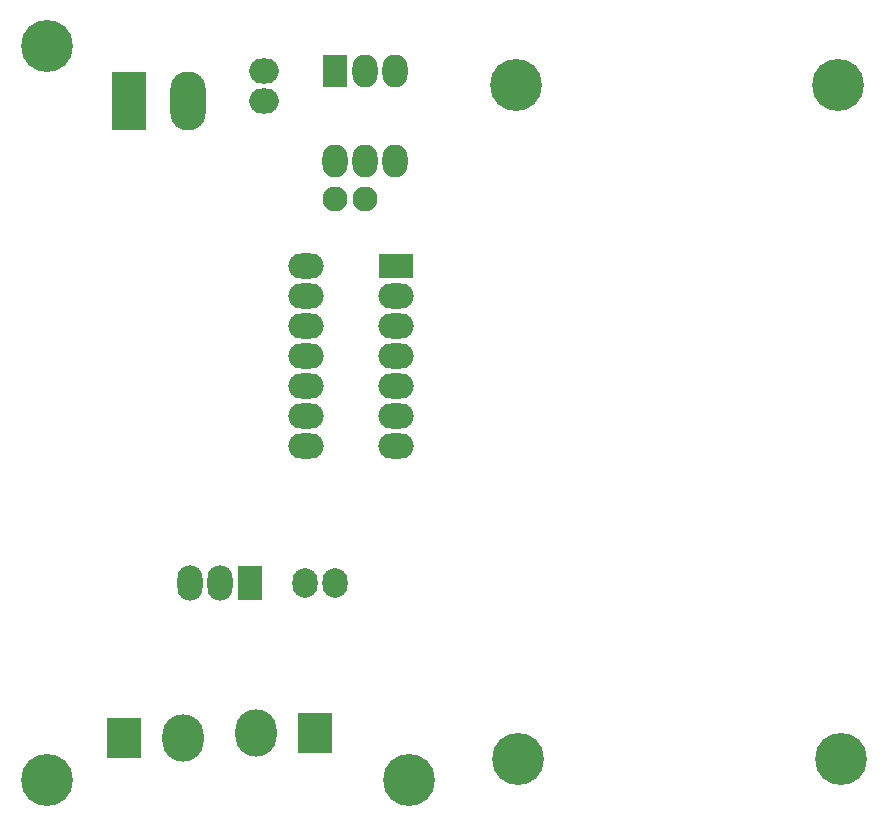
<source format=gbr>
%TF.GenerationSoftware,KiCad,Pcbnew,6.0.11+dfsg-1*%
%TF.CreationDate,2023-05-08T11:30:48-05:00*%
%TF.ProjectId,lights_control,6c696768-7473-45f6-936f-6e74726f6c2e,rev?*%
%TF.SameCoordinates,Original*%
%TF.FileFunction,Soldermask,Bot*%
%TF.FilePolarity,Negative*%
%FSLAX46Y46*%
G04 Gerber Fmt 4.6, Leading zero omitted, Abs format (unit mm)*
G04 Created by KiCad (PCBNEW 6.0.11+dfsg-1) date 2023-05-08 11:30:48*
%MOMM*%
%LPD*%
G01*
G04 APERTURE LIST*
%ADD10C,4.400000*%
%ADD11R,3.000000X3.500000*%
%ADD12O,3.500000X4.000000*%
%ADD13R,2.125000X3.000000*%
%ADD14O,2.125000X3.000000*%
%ADD15O,2.500000X2.125000*%
%ADD16R,3.000000X2.125000*%
%ADD17O,3.000000X2.125000*%
%ADD18O,2.125000X2.500000*%
%ADD19R,2.125000X2.800000*%
%ADD20O,2.125000X2.800000*%
%ADD21C,2.125000*%
%ADD22O,2.125000X2.125000*%
%ADD23R,3.000000X5.000000*%
%ADD24O,3.000000X5.000000*%
G04 APERTURE END LIST*
D10*
%TO.C,H3*%
X61285810Y-55800000D03*
%TD*%
D11*
%TO.C,12V1*%
X83943310Y-113992500D03*
D12*
X78943310Y-113992500D03*
%TD*%
D10*
%TO.C,H7*%
X128265810Y-59100000D03*
%TD*%
D13*
%TO.C,Q1*%
X78481560Y-101300000D03*
D14*
X75941560Y-101300000D03*
X73401560Y-101300000D03*
%TD*%
D10*
%TO.C,H5*%
X128465810Y-116200000D03*
%TD*%
D15*
%TO.C,R1*%
X79685810Y-57936250D03*
X79685810Y-60476250D03*
%TD*%
D16*
%TO.C,U2*%
X90785810Y-74475000D03*
D17*
X90785810Y-77015000D03*
X90785810Y-79555000D03*
X90785810Y-82095000D03*
X90785810Y-84635000D03*
X90785810Y-87175000D03*
X90785810Y-89715000D03*
X83165810Y-89715000D03*
X83165810Y-87175000D03*
X83165810Y-84635000D03*
X83165810Y-82095000D03*
X83165810Y-79555000D03*
X83165810Y-77015000D03*
X83165810Y-74475000D03*
%TD*%
D10*
%TO.C,H1*%
X61285810Y-118000000D03*
%TD*%
%TO.C,H2*%
X91885810Y-118000000D03*
%TD*%
D18*
%TO.C,R3*%
X85649560Y-101300000D03*
X83109560Y-101300000D03*
%TD*%
D10*
%TO.C,H4*%
X101185810Y-116200000D03*
%TD*%
D19*
%TO.C,U1*%
X85660810Y-57900000D03*
D20*
X88200810Y-57900000D03*
X90740810Y-57900000D03*
X90740810Y-65520000D03*
X88200810Y-65520000D03*
X85660810Y-65520000D03*
%TD*%
D21*
%TO.C,R2*%
X88205810Y-68800000D03*
D22*
X85665810Y-68800000D03*
%TD*%
D11*
%TO.C,OUT1*%
X67828310Y-114407500D03*
D12*
X72828310Y-114407500D03*
%TD*%
D23*
%TO.C,12V2*%
X68185810Y-60500000D03*
D24*
X73185810Y-60500000D03*
%TD*%
D10*
%TO.C,H6*%
X100985810Y-59100000D03*
%TD*%
M02*

</source>
